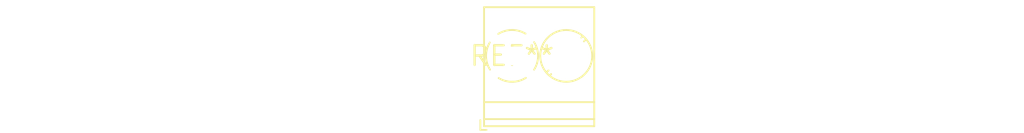
<source format=kicad_pcb>
(kicad_pcb (version 20240108) (generator pcbnew)
  (layers (0 "F.Cu" signal) (31 "B.Cu" signal) (34 "B.Paste" user) (35 "F.Paste" user) (36 "B.SilkS" user "B.Silkscreen") (37 "F.SilkS" user "F.Silkscreen") (38 "B.Mask" user) (39 "F.Mask" user) (44 "Edge.Cuts" user))
  (net 0 "")
  (footprint "TerminalBlock_Phoenix_PT-1,5-2-3.5-H_1x02_P3.50mm_Horizontal" (layer "F.Cu") (at 0 0)
    (property "Reference" "REF**")
    (property "Value" "TerminalBlock_Phoenix_PT-1,5-2-3.5-H_1x02_P3.50mm_Horizontal")
    (fp_line (start -2.05 4.16) (end -2.05 4.8) (layer "F.SilkS") (stroke (width 0.12)))
    (fp_line (start -2.05 4.8) (end -1.65 4.8) (layer "F.SilkS") (stroke (width 0.12)))
    (fp_line (start -1.81 -3.16) (end -1.81 4.56) (layer "F.SilkS") (stroke (width 0.12)))
    (fp_line (start -1.81 -3.16) (end 5.31 -3.16) (layer "F.SilkS") (stroke (width 0.12)))
    (fp_line (start -1.81 3) (end 5.31 3) (layer "F.SilkS") (stroke (width 0.12)))
    (fp_line (start -1.81 4.1) (end 5.31 4.1) (layer "F.SilkS") (stroke (width 0.12)))
    (fp_line (start -1.81 4.56) (end 5.31 4.56) (layer "F.SilkS") (stroke (width 0.12)))
    (fp_line (start 2.355 0.941) (end 2.226 1.069) (layer "F.SilkS") (stroke (width 0.12)))
    (fp_line (start 2.525 1.181) (end 2.431 1.274) (layer "F.SilkS") (stroke (width 0.12)))
    (fp_line (start 4.57 -1.275) (end 4.476 -1.181) (layer "F.SilkS") (stroke (width 0.12)))
    (fp_line (start 4.775 -1.069) (end 4.646 -0.941) (layer "F.SilkS") (stroke (width 0.12)))
    (fp_line (start 5.31 -3.16) (end 5.31 4.56) (layer "F.SilkS") (stroke (width 0.12)))
    (fp_arc (start -1.425358 0.889894) (mid -1.680286 0.014012) (end -1.44 -0.866) (layer "F.SilkS") (stroke (width 0.12)))
    (fp_arc (start -0.889894 -1.425358) (mid -0.014012 -1.680286) (end 0.866 -1.44) (layer "F.SilkS") (stroke (width 0.12)))
    (fp_arc (start 0.028674 1.680099) (mid -0.435535 1.622918) (end -0.866 1.44) (layer "F.SilkS") (stroke (width 0.12)))
    (fp_arc (start 0.890264 1.424721) (mid 0.463071 1.61492) (end 0 1.68) (layer "F.SilkS") (stroke (width 0.12)))
    (fp_arc (start 1.425504 -0.890193) (mid 1.680626 0.000476) (end 1.425 0.891) (layer "F.SilkS") (stroke (width 0.12)))
    (fp_circle (center 3.5 0) (end 5.18 0) (layer "F.SilkS") (stroke (width 0.12)) (fill none))
    (pad "1" thru_hole rect (at 0 0) (size 2.4 2.4) (drill 1.2) (layers *.Cu *.Mask) (remove_unused_layers))
    (pad "2" thru_hole circle (at 3.5 0) (size 2.4 2.4) (drill 1.2) (layers *.Cu *.Mask) (remove_unused_layers))
  )
)
</source>
